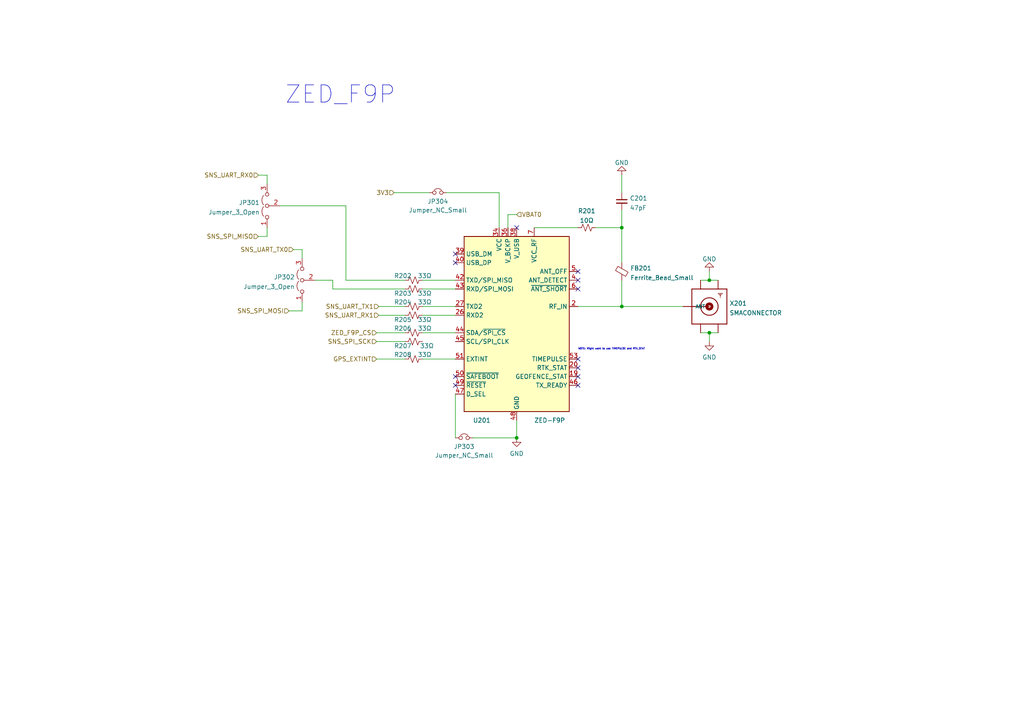
<source format=kicad_sch>
(kicad_sch (version 20211123) (generator eeschema)
  (paper "A4")
  (lib_symbols
    (symbol "D24V50F5:C_Small" (pin_numbers hide) (pin_names (offset 0.254) hide)
      (property "Reference" "C" (at 0.254 1.778 0))
      (property "Value" "C_Small" (at 0.254 -2.032 0))
      (symbol "C_Small_0_1"
        (polyline (pts (xy -1.524 -0.508) (xy 1.524 -0.508)) (stroke (width 0.3302)))
        (polyline (pts (xy -1.524 0.508) (xy 1.524 0.508)) (stroke (width 0.3048)))
      )
      (symbol "C_Small_1_1"
        (pin passive line (at 0 2.54 270) (length 2.032) (name "~") (number "1"))
        (pin passive line (at 0 -2.54 90) (length 2.032) (name "~") (number "2"))
      )
    )
    (symbol "D24V50F5:Ferrite_Bead_Small" (pin_numbers hide) (pin_names (offset 0))
      (property "Reference" "FB" (at 1.905 1.27 0))
      (property "Value" "Ferrite_Bead_Small" (at 1.905 -1.27 0))
      (symbol "Ferrite_Bead_Small_0_1"
        (polyline (pts (xy 0 -1.27) (xy 0 -0.7874)))
        (polyline (pts (xy 0 0.889) (xy 0 1.2954)))
        (polyline (pts (xy -1.8288 0.2794) (xy -1.1176 1.4986) (xy 1.8288 -0.2032) (xy 1.1176 -1.4224) (xy -1.8288 0.2794)))
      )
      (symbol "Ferrite_Bead_Small_1_1"
        (pin passive line (at 0 2.54 270) (length 1.27) (name "~") (number "1"))
        (pin passive line (at 0 -2.54 90) (length 1.27) (name "~") (number "2"))
      )
    )
    (symbol "D24V50F5:Jumper_NC_Small" (pin_numbers hide) (pin_names (offset 0.762) hide)
      (property "Reference" "JP" (at 0 2.032 0))
      (property "Value" "Jumper_NC_Small" (at 0.254 -1.524 0))
      (symbol "Jumper_NC_Small_0_1"
        (circle (center -1.016 0) (radius 0.508))
        (circle (center 1.016 0) (radius 0.508))
        (arc (start 1.016 0.762) (mid 0 1.1828) (end -1.016 0.762))
        (pin passive line (at -2.54 0 0) (length 1.016) (name "1") (number "1"))
        (pin passive line (at 2.54 0 180) (length 1.016) (name "2") (number "2"))
      )
    )
    (symbol "D24V50F5:R_Small_US" (pin_numbers hide) (pin_names (offset 0.254) hide)
      (property "Reference" "R" (at 0.762 0.508 0))
      (property "Value" "R_Small_US" (at 0.762 -1.016 0))
      (symbol "R_Small_US_1_1"
        (polyline (pts (xy 0 0) (xy 1.016 -0.381) (xy 0 -0.762) (xy -1.016 -1.143) (xy 0 -1.524)))
        (polyline (pts (xy 0 1.524) (xy 1.016 1.143) (xy 0 0.762) (xy -1.016 0.381) (xy 0 0)))
        (pin passive line (at 0 2.54 270) (length 1.016) (name "~") (number "1"))
        (pin passive line (at 0 -2.54 90) (length 1.016) (name "~") (number "2"))
      )
    )
    (symbol "Jumper:Jumper_3_Open" (pin_names (offset 0) hide)
      (property "Reference" "JP" (at -2.54 -2.54 0))
      (property "Value" "Jumper_3_Open" (at 0 2.794 0))
      (symbol "Jumper_3_Open_0_0"
        (circle (center -3.302 0) (radius 0.508))
        (circle (center 0 0) (radius 0.508))
        (circle (center 3.302 0) (radius 0.508))
      )
      (symbol "Jumper_3_Open_0_1"
        (arc (start -0.254 1.016) (mid -1.651 1.4992) (end -3.048 1.016))
        (polyline (pts (xy 0 -0.508) (xy 0 -1.27)))
        (arc (start 3.048 1.016) (mid 1.651 1.4992) (end 0.254 1.016))
      )
      (symbol "Jumper_3_Open_1_1"
        (pin passive line (at -6.35 0 0) (length 2.54) (name "A") (number "1"))
        (pin input line (at 0 -3.81 90) (length 2.54) (name "C") (number "2"))
        (pin passive line (at 6.35 0 180) (length 2.54) (name "B") (number "3"))
      )
    )
    (symbol "RF_GPS:ZED-F9P"
      (property "Reference" "U" (at -13.97 26.67 0))
      (property "Value" "ZED-F9P" (at 11.43 26.67 0))
      (symbol "ZED-F9P_0_1"
        (rectangle (start -15.24 25.4) (end 15.24 -25.4) (stroke (width 0.254)) (fill (type background)))
      )
      (symbol "ZED-F9P_1_1"
        (pin passive line (at 0 -27.94 90) (length 2.54) hide (name "GND") (number "1"))
        (pin no_connect line (at -15.24 7.62 0) (length 2.54) hide (name "Reserved") (number "10"))
        (pin no_connect line (at -15.24 0 0) (length 2.54) hide (name "Reserved") (number "11"))
        (pin passive line (at 0 -27.94 90) (length 2.54) hide (name "GND") (number "12"))
        (pin no_connect line (at -15.24 -7.62 0) (length 2.54) hide (name "Reserved") (number "13"))
        (pin passive line (at 0 -27.94 90) (length 2.54) hide (name "GND") (number "14"))
        (pin no_connect line (at -15.24 -12.7 0) (length 2.54) hide (name "Reserved") (number "15"))
        (pin no_connect line (at -7.62 -25.4 90) (length 2.54) hide (name "Reserved") (number "16"))
        (pin no_connect line (at -5.08 -25.4 90) (length 2.54) hide (name "Reserved") (number "17"))
        (pin no_connect line (at -2.54 -25.4 90) (length 2.54) hide (name "Reserved") (number "18"))
        (pin output line (at 17.78 -15.24 180) (length 2.54) (name "GEOFENCE_STAT") (number "19"))
        (pin input line (at 17.78 5.08 180) (length 2.54) (name "RF_IN") (number "2"))
        (pin output line (at 17.78 -12.7 180) (length 2.54) (name "RTK_STAT") (number "20"))
        (pin no_connect line (at 2.54 -25.4 90) (length 2.54) hide (name "Reserved") (number "21"))
        (pin no_connect line (at 5.08 -25.4 90) (length 2.54) hide (name "Reserved") (number "22"))
        (pin no_connect line (at 7.62 -25.4 90) (length 2.54) hide (name "Reserved") (number "23"))
        (pin no_connect line (at 15.24 -7.62 180) (length 2.54) hide (name "Reserved") (number "24"))
        (pin no_connect line (at 15.24 -5.08 180) (length 2.54) hide (name "Reserved") (number "25"))
        (pin input line (at -17.78 2.54 0) (length 2.54) (name "RXD2") (number "26"))
        (pin output line (at -17.78 5.08 0) (length 2.54) (name "TXD2") (number "27"))
        (pin no_connect line (at 15.24 -2.54 180) (length 2.54) hide (name "Reserved") (number "28"))
        (pin no_connect line (at 15.24 0 180) (length 2.54) hide (name "Reserved") (number "29"))
        (pin passive line (at 0 -27.94 90) (length 2.54) hide (name "GND") (number "3"))
        (pin no_connect line (at 15.24 2.54 180) (length 2.54) hide (name "Reserved") (number "30"))
        (pin no_connect line (at 15.24 7.62 180) (length 2.54) hide (name "Reserved") (number "31"))
        (pin passive line (at 0 -27.94 90) (length 2.54) hide (name "GND") (number "32"))
        (pin passive line (at -5.08 27.94 270) (length 2.54) hide (name "VCC") (number "33"))
        (pin power_in line (at -5.08 27.94 270) (length 2.54) (name "VCC") (number "34"))
        (pin no_connect line (at 15.24 17.78 180) (length 2.54) hide (name "Reserved") (number "35"))
        (pin power_in line (at -2.54 27.94 270) (length 2.54) (name "V_BCKP") (number "36"))
        (pin passive line (at 0 -27.94 90) (length 2.54) hide (name "GND") (number "37"))
        (pin power_in line (at 0 27.94 270) (length 2.54) (name "V_USB") (number "38"))
        (pin bidirectional line (at -17.78 20.32 0) (length 2.54) (name "USB_DM") (number "39"))
        (pin input line (at 17.78 12.7 180) (length 2.54) (name "ANT_DETECT") (number "4"))
        (pin bidirectional line (at -17.78 17.78 0) (length 2.54) (name "USB_DP") (number "40"))
        (pin passive line (at 0 -27.94 90) (length 2.54) hide (name "GND") (number "41"))
        (pin output line (at -17.78 12.7 0) (length 2.54) (name "TXD/SPI_MISO") (number "42"))
        (pin input line (at -17.78 10.16 0) (length 2.54) (name "RXD/SPI_MOSI") (number "43"))
        (pin bidirectional line (at -17.78 -2.54 0) (length 2.54) (name "SDA/~{SPI_CS}") (number "44"))
        (pin bidirectional line (at -17.78 -5.08 0) (length 2.54) (name "SCL/SPI_CLK") (number "45"))
        (pin output line (at 17.78 -17.78 180) (length 2.54) (name "TX_READY") (number "46"))
        (pin input line (at -17.78 -20.32 0) (length 2.54) (name "D_SEL") (number "47"))
        (pin power_in line (at 0 -27.94 90) (length 2.54) (name "GND") (number "48"))
        (pin input line (at -17.78 -17.78 0) (length 2.54) (name "~{RESET}") (number "49"))
        (pin output line (at 17.78 15.24 180) (length 2.54) (name "ANT_OFF") (number "5"))
        (pin input line (at -17.78 -15.24 0) (length 2.54) (name "~{SAFEBOOT}") (number "50"))
        (pin input line (at -17.78 -10.16 0) (length 2.54) (name "EXTINT") (number "51"))
        (pin no_connect line (at 15.24 20.32 180) (length 2.54) hide (name "Reserved") (number "52"))
        (pin output line (at 17.78 -10.16 180) (length 2.54) (name "TIMEPULSE") (number "53"))
        (pin no_connect line (at 15.24 22.86 180) (length 2.54) hide (name "Reserved") (number "54"))
        (pin passive line (at 0 -27.94 90) (length 2.54) hide (name "GND") (number "55"))
        (pin input line (at 17.78 10.16 180) (length 2.54) (name "~{ANT_SHORT}") (number "6"))
        (pin power_out line (at 5.08 27.94 270) (length 2.54) (name "VCC_RF") (number "7"))
        (pin no_connect line (at -15.24 22.86 0) (length 2.54) hide (name "Reserved") (number "8"))
        (pin no_connect line (at -15.24 15.24 0) (length 2.54) hide (name "Reserved") (number "9"))
      )
    )
    (symbol "SENSOR_SUITE-rescue:SMACONNECTOR-SMACONNECTOR-SENSOR_SUITE-rescue" (pin_numbers hide) (pin_names (offset 1.016))
      (property "Reference" "X" (at 7.62 2.54 0))
      (property "Value" "SMACONNECTOR-SMACONNECTOR-SENSOR_SUITE-rescue" (at 7.62 0 0))
      (symbol "SMACONNECTOR-SMACONNECTOR-SENSOR_SUITE-rescue_0_0"
        (polyline (pts (xy -5.08 -5.08) (xy -5.08 0)) (stroke (width 0.254)))
        (polyline (pts (xy -5.08 0) (xy -5.08 5.08)) (stroke (width 0.254)))
        (polyline (pts (xy -5.08 0) (xy 0 0)) (stroke (width 0.254)))
        (polyline (pts (xy -5.08 5.08) (xy 5.08 5.08)) (stroke (width 0.254)))
        (polyline (pts (xy 2.54 3.81) (xy 3.175 3.81)) (stroke (width 0.127)))
        (polyline (pts (xy 3.175 3.175) (xy 2.54 3.81)) (stroke (width 0.127)))
        (polyline (pts (xy 3.175 3.81) (xy 3.175 2.54)) (stroke (width 0.127)))
        (polyline (pts (xy 3.175 3.81) (xy 3.81 3.81)) (stroke (width 0.127)))
        (polyline (pts (xy 3.81 3.81) (xy 3.175 3.175)) (stroke (width 0.127)))
        (polyline (pts (xy 5.08 -5.08) (xy -5.08 -5.08)) (stroke (width 0.254)))
        (polyline (pts (xy 5.08 5.08) (xy 5.08 -5.08)) (stroke (width 0.254)))
        (circle (center 0 0) (radius 0.3556) (stroke (width 0.8128)))
        (circle (center 0 0) (radius 2.54) (stroke (width 0.254)))
        (pin bidirectional line (at -7.62 0 0) (length 2.54) (name "ANT") (number "ANTENNA"))
        (pin power_in line (at -2.54 7.62 270) (length 2.54) (name "~") (number "GND1"))
        (pin power_in line (at 2.54 7.62 270) (length 2.54) (name "~") (number "GND2"))
        (pin power_in line (at -2.54 -7.62 90) (length 2.54) (name "~") (number "GND3"))
        (pin power_in line (at 2.54 -7.62 90) (length 2.54) (name "~") (number "GND4"))
      )
    )
    (symbol "power:GND" (power) (pin_names (offset 0))
      (property "Value" "GND" (at 0 -3.81 0))
      (symbol "GND_0_1"
        (polyline (pts (xy 0 0) (xy 0 -1.27) (xy 1.27 -1.27) (xy 0 -2.54) (xy -1.27 -1.27) (xy 0 -1.27)))
      )
      (symbol "GND_1_1"
        (pin power_in line (at 0 0 270) (length 0) hide (name "GND") (number "1"))
      )
    )
  )
  (junction (at 205.74 81.28))
  (junction (at 180.34 66.04))
  (junction (at 180.34 88.9))
  (junction (at 205.74 96.52))
  (junction (at 149.86 127))
  (no_connect (at 167.64 109.22))
  (no_connect (at 167.64 111.76))
  (no_connect (at 132.08 109.22))
  (no_connect (at 132.08 111.76))
  (no_connect (at 149.86 66.04))
  (no_connect (at 132.08 73.66))
  (no_connect (at 132.08 76.2))
  (no_connect (at 167.64 78.74))
  (no_connect (at 167.64 81.28))
  (no_connect (at 167.64 83.82))
  (no_connect (at 167.64 104.14))
  (no_connect (at 167.64 106.68))
  (wire (pts (xy 87.63 72.39) (xy 85.09 72.39)))
  (wire (pts (xy 87.63 90.17) (xy 87.63 87.63)))
  (wire (pts (xy 180.34 88.9) (xy 198.12 88.9)))
  (wire (pts (xy 96.52 81.28) (xy 96.52 83.82)))
  (wire (pts (xy 147.32 62.23) (xy 147.32 66.04)))
  (wire (pts (xy 154.94 66.04) (xy 167.64 66.04)))
  (wire (pts (xy 96.52 83.82) (xy 117.475 83.82)))
  (wire (pts (xy 109.22 104.14) (xy 117.475 104.14)))
  (wire (pts (xy 149.86 121.92) (xy 149.86 127)))
  (wire (pts (xy 137.16 127) (xy 149.86 127)))
  (wire (pts (xy 180.34 60.96) (xy 180.34 66.04)))
  (wire (pts (xy 180.34 50.8) (xy 180.34 55.88)))
  (wire (pts (xy 91.44 81.28) (xy 96.52 81.28)))
  (wire (pts (xy 180.34 66.04) (xy 180.34 76.2)))
  (wire (pts (xy 122.555 91.44) (xy 132.08 91.44)))
  (wire (pts (xy 100.33 81.28) (xy 117.475 81.28)))
  (wire (pts (xy 180.34 81.28) (xy 180.34 88.9)))
  (wire (pts (xy 74.93 68.58) (xy 77.47 68.58)))
  (wire (pts (xy 122.555 96.52) (xy 132.08 96.52)))
  (wire (pts (xy 205.74 96.52) (xy 208.28 96.52)))
  (wire (pts (xy 114.3 55.88) (xy 124.46 55.88)))
  (wire (pts (xy 122.555 88.9) (xy 132.08 88.9)))
  (wire (pts (xy 109.855 88.9) (xy 117.475 88.9)))
  (wire (pts (xy 122.555 81.28) (xy 132.08 81.28)))
  (wire (pts (xy 205.74 81.28) (xy 208.28 81.28)))
  (wire (pts (xy 205.74 81.28) (xy 205.74 78.74)))
  (wire (pts (xy 129.54 55.88) (xy 144.78 55.88)))
  (wire (pts (xy 77.47 53.34) (xy 77.47 50.8)))
  (wire (pts (xy 83.82 90.17) (xy 87.63 90.17)))
  (wire (pts (xy 109.22 99.06) (xy 117.475 99.06)))
  (wire (pts (xy 100.33 81.28) (xy 100.33 59.69)))
  (wire (pts (xy 203.2 81.28) (xy 205.74 81.28)))
  (wire (pts (xy 77.47 50.8) (xy 74.93 50.8)))
  (wire (pts (xy 100.33 59.69) (xy 81.28 59.69)))
  (wire (pts (xy 149.86 62.23) (xy 147.32 62.23)))
  (wire (pts (xy 109.855 91.44) (xy 117.475 91.44)))
  (wire (pts (xy 144.78 66.04) (xy 144.78 55.88)))
  (wire (pts (xy 122.555 104.14) (xy 132.08 104.14)))
  (wire (pts (xy 109.22 96.52) (xy 117.475 96.52)))
  (wire (pts (xy 205.74 96.52) (xy 205.74 99.06)))
  (wire (pts (xy 122.555 83.82) (xy 132.08 83.82)))
  (wire (pts (xy 87.63 74.93) (xy 87.63 72.39)))
  (wire (pts (xy 77.47 66.04) (xy 77.47 68.58)))
  (wire (pts (xy 167.64 88.9) (xy 180.34 88.9)))
  (wire (pts (xy 132.08 114.3) (xy 132.08 127)))
  (wire (pts (xy 203.2 96.52) (xy 205.74 96.52)))
  (wire (pts (xy 172.72 66.04) (xy 180.34 66.04)))
  (text "ZED_F9P" (at 82.55 30.48 0) (effects (font (size 5 5)) (justify left bottom)))
  (text "NOTE: Might want to use TIMEPULSE and RTK_STAT" (at 167.64 101.6 0) (effects (font (size 0.5 0.5)) (justify left bottom)))
  (hierarchical_label "SNS_SPI_MOSI" (shape input) (at 83.82 90.17 180))
  (hierarchical_label "SNS_UART_RX0" (shape input) (at 74.93 50.8 180))
  (hierarchical_label "SNS_UART_TX0" (shape input) (at 85.09 72.39 180))
  (hierarchical_label "VBAT0" (shape input) (at 149.86 62.23 0))
  (hierarchical_label "SNS_UART_RX1" (shape input) (at 109.855 91.44 180))
  (hierarchical_label "SNS_SPI_SCK" (shape input) (at 109.22 99.06 180))
  (hierarchical_label "GPS_EXTINT" (shape input) (at 109.22 104.14 180))
  (hierarchical_label "SNS_SPI_MISO" (shape input) (at 74.93 68.58 180))
  (hierarchical_label "ZED_F9P_CS" (shape input) (at 109.22 96.52 180))
  (hierarchical_label "SNS_UART_TX1" (shape input) (at 109.855 88.9 180))
  (hierarchical_label "3V3" (shape input) (at 114.3 55.88 180))
  (symbol (lib_id "D24V50F5:R_Small_US") (at 120.015 99.06 90) (unit 1)
    (property "Reference" "R207" (at 116.84 100.33 90))
    (property "Value" "33Ω" (at 123.825 100.33 90))
    (property "Footprint" "Resistor_SMD:R_0603_1608Metric" (effects hide))
  )
  (symbol (lib_id "D24V50F5:Jumper_NC_Small") (at 127 55.88 0) (unit 1)
    (property "Reference" "JP304" (at 127 58.42 0))
    (property "Value" "Jumper_NC_Small" (at 127 60.96 0))
    (property "Footprint" "Jumper:SolderJumper-2_P1.3mm_Bridged_RoundedPad1.0x1.5mm" (effects hide))
  )
  (symbol (lib_id "power:GND") (at 205.74 78.74 180) (unit 1)
    (property "Reference" "#PWR0202" (effects hide))
    (property "Value" "GND" (at 205.74 75.1355 0))
  )
  (symbol (lib_id "Jumper:Jumper_3_Open") (at 87.63 81.28 90) (unit 1)
    (property "Reference" "JP302" (at 85.4959 80.3715 90) (effects (justify left)))
    (property "Value" "Jumper_3_Open" (at 85.4959 83.1466 90) (effects (justify left)))
    (property "Footprint" "Jumper:SolderJumper-3_P1.3mm_Open_RoundedPad1.0x1.5mm" (effects hide))
  )
  (symbol (lib_id "power:GND") (at 205.74 99.06 0) (unit 1)
    (property "Reference" "#PWR0203" (effects hide))
    (property "Value" "GND" (at 205.74 103.6225 0))
  )
  (symbol (lib_id "D24V50F5:R_Small_US") (at 120.015 96.52 90) (unit 1)
    (property "Reference" "R206" (at 116.84 95.25 90))
    (property "Value" "33Ω" (at 123.19 95.25 90))
    (property "Footprint" "Resistor_SMD:R_0603_1608Metric" (effects hide))
  )
  (symbol (lib_id "SENSOR_SUITE-rescue:SMACONNECTOR-SMACONNECTOR-SENSOR_SUITE-rescue") (at 205.74 88.9 0) (unit 1)
    (property "Reference" "X201" (at 211.582 87.9915 0) (effects (justify left)))
    (property "Value" "SMACONNECTOR" (at 211.582 90.7666 0) (effects (justify left)))
  )
  (symbol (lib_id "D24V50F5:R_Small_US") (at 170.18 66.04 90) (unit 1)
    (property "Reference" "R201" (at 170.18 61.1845 90))
    (property "Value" "10Ω" (at 170.18 63.9596 90))
    (property "Footprint" "Resistor_SMD:R_0603_1608Metric" (effects hide))
  )
  (symbol (lib_id "D24V50F5:R_Small_US") (at 120.015 88.9 90) (unit 1)
    (property "Reference" "R204" (at 116.84 87.63 90))
    (property "Value" "33Ω" (at 123.19 87.63 90))
    (property "Footprint" "Resistor_SMD:R_0603_1608Metric" (effects hide))
  )
  (symbol (lib_id "D24V50F5:Jumper_NC_Small") (at 134.62 127 0) (unit 1)
    (property "Reference" "JP303" (at 134.62 129.54 0))
    (property "Value" "Jumper_NC_Small" (at 134.62 132.08 0))
    (property "Footprint" "Jumper:SolderJumper-2_P1.3mm_Bridged_RoundedPad1.0x1.5mm" (effects hide))
  )
  (symbol (lib_id "D24V50F5:R_Small_US") (at 120.015 91.44 90) (unit 1)
    (property "Reference" "R205" (at 116.84 92.71 90))
    (property "Value" "33Ω" (at 123.19 92.71 90))
    (property "Footprint" "Resistor_SMD:R_0603_1608Metric" (effects hide))
  )
  (symbol (lib_id "D24V50F5:R_Small_US") (at 120.015 83.82 90) (unit 1)
    (property "Reference" "R203" (at 116.84 85.09 90))
    (property "Value" "33Ω" (at 123.19 85.09 90))
    (property "Footprint" "Resistor_SMD:R_0603_1608Metric" (effects hide))
  )
  (symbol (lib_id "D24V50F5:Ferrite_Bead_Small") (at 180.34 78.74 0) (unit 1)
    (property "Reference" "FB201" (at 182.8038 77.7934 0) (effects (justify left)))
    (property "Value" "Ferrite_Bead_Small" (at 182.8038 80.5685 0) (effects (justify left)))
    (property "Footprint" "BLM15HB121SN1D:BEADC1005X55N" (effects hide))
  )
  (symbol (lib_id "power:GND") (at 180.34 50.8 180) (unit 1)
    (property "Reference" "#PWR0109" (effects hide))
    (property "Value" "GND" (at 180.34 47.1955 0))
  )
  (symbol (lib_id "D24V50F5:R_Small_US") (at 120.015 81.28 90) (unit 1)
    (property "Reference" "R202" (at 116.84 80.01 90))
    (property "Value" "33Ω" (at 123.19 80.01 90))
    (property "Footprint" "Resistor_SMD:R_0603_1608Metric" (effects hide))
  )
  (symbol (lib_id "RF_GPS:ZED-F9P") (at 149.86 93.98 0) (unit 1)
    (property "Reference" "U201" (at 137.16 121.92 0) (effects (justify left)))
    (property "Value" "ZED-F9P" (at 154.94 121.92 0) (effects (justify left)))
    (property "Footprint" "RF_GPS:ublox_ZED" (effects hide))
    (property "Datasheet" "https://www.u-blox.com/sites/default/files/ZED-F9P_DataSheet_%28UBX-17051259%29.pdf" (effects hide))
  )
  (symbol (lib_id "D24V50F5:C_Small") (at 180.34 58.42 0) (unit 1)
    (property "Reference" "C201" (at 182.6641 57.5178 0) (effects (justify left)))
    (property "Value" "47pF" (at 182.6641 60.2929 0) (effects (justify left)))
    (property "Footprint" "Capacitor_SMD:C_0603_1608Metric" (effects hide))
  )
  (symbol (lib_id "D24V50F5:R_Small_US") (at 120.015 104.14 90) (unit 1)
    (property "Reference" "R208" (at 116.84 102.87 90))
    (property "Value" "33Ω" (at 123.19 102.87 90))
    (property "Footprint" "Resistor_SMD:R_0603_1608Metric" (effects hide))
  )
  (symbol (lib_id "Jumper:Jumper_3_Open") (at 77.47 59.69 90) (unit 1)
    (property "Reference" "JP301" (at 75.3359 58.7815 90) (effects (justify left)))
    (property "Value" "Jumper_3_Open" (at 75.3359 61.5566 90) (effects (justify left)))
    (property "Footprint" "Jumper:SolderJumper-3_P1.3mm_Open_RoundedPad1.0x1.5mm" (effects hide))
  )
  (symbol (lib_id "power:GND") (at 149.86 127 0) (unit 1)
    (property "Reference" "#PWR0201" (effects hide))
    (property "Value" "GND" (at 149.86 131.5625 0))
  )
)
</source>
